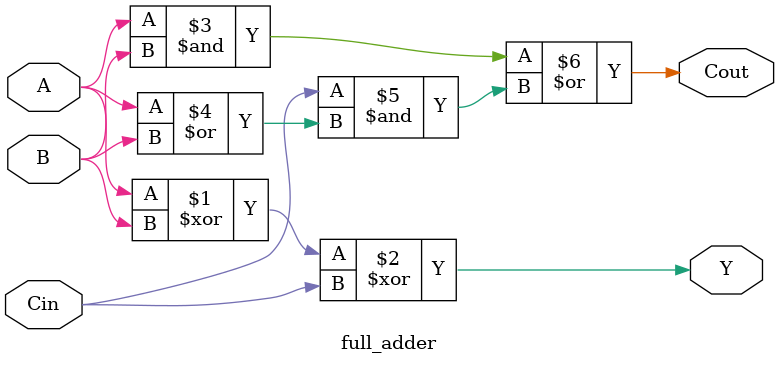
<source format=v>
module full_adder(
    input A, B, Cin,
    output Y, Cout
);

    assign Y = A ^ B ^ Cin;
    assign Cout = (A & B) | Cin & (A | B);

endmodule
</source>
